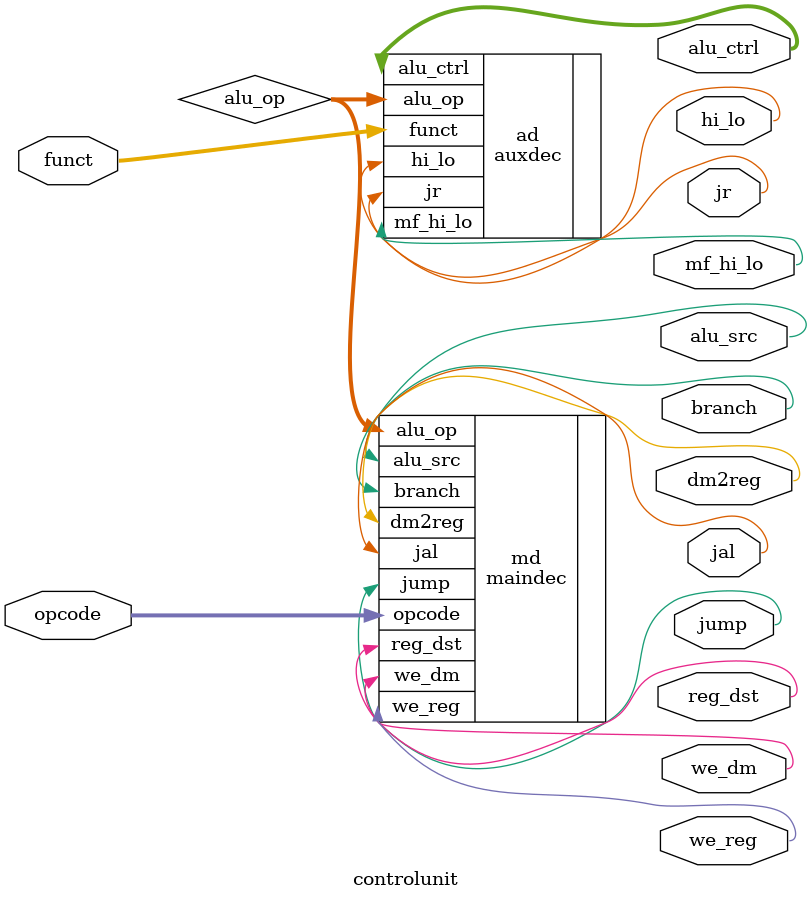
<source format=v>
module controlunit (
        input  wire [5:0]  opcode,
        input  wire [5:0]  funct,
        output wire        branch,
        output wire        jump,
        output wire        reg_dst,
        output wire        we_reg,
        output wire        alu_src,
        output wire        we_dm,
        output wire        dm2reg,
        output wire [2:0]  alu_ctrl,
        output wire        mf_hi_lo,
        output wire        hi_lo,
        output wire        jal,
        output wire        jr
    );
    
    wire [1:0] alu_op;

    maindec md (
        .opcode         (opcode),
        .branch         (branch),
        .jump           (jump),
        .reg_dst        (reg_dst),
        .we_reg         (we_reg),
        .alu_src        (alu_src),
        .we_dm          (we_dm),
        .dm2reg         (dm2reg),
        .alu_op         (alu_op),
        .jal            (jal)
    );

    auxdec ad (
        .alu_op         (alu_op),
        .funct          (funct),
        .alu_ctrl       (alu_ctrl),
        .hi_lo          (hi_lo),
        .jr             (jr),
        .mf_hi_lo       (mf_hi_lo)
    );

endmodule
</source>
